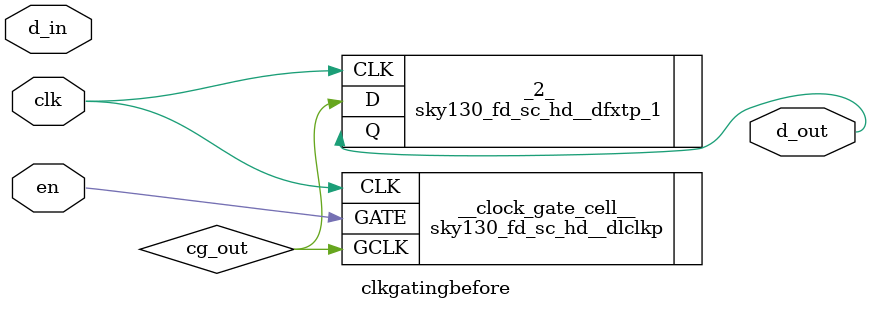
<source format=v>


module clkgatingbefore
(
  d_in,
  clk,
  en,
  d_out
);

  wire cg_out;
  wire _0_;
  input clk;
  input d_in;
  output d_out;
  input en;

  sky130_fd_sc_hd__dfxtp_1
  _2_
  (
    .CLK(clk),
    .D(cg_out),
    .Q(d_out)
  );


  sky130_fd_sc_hd__dlclkp
  __clock_gate_cell__
  (
    .GCLK(cg_out),
    .GATE(en),
    .CLK(clk)
  );


endmodule


</source>
